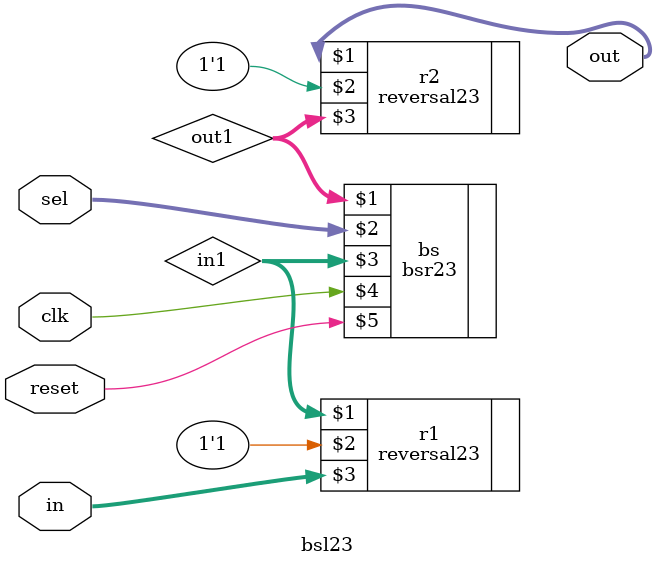
<source format=v>
module bsl23(out,sel,in,clk,reset);
input [22:0]in;
input [4:0]sel;
input clk,reset;
output [22:0] out;
wire [22:0]out1,in1;
reversal23 r1(in1,1'b1,in);
bsr23 bs(out1,sel,in1,clk,reset);
reversal23 r2(out,1'b1,out1);
endmodule
</source>
